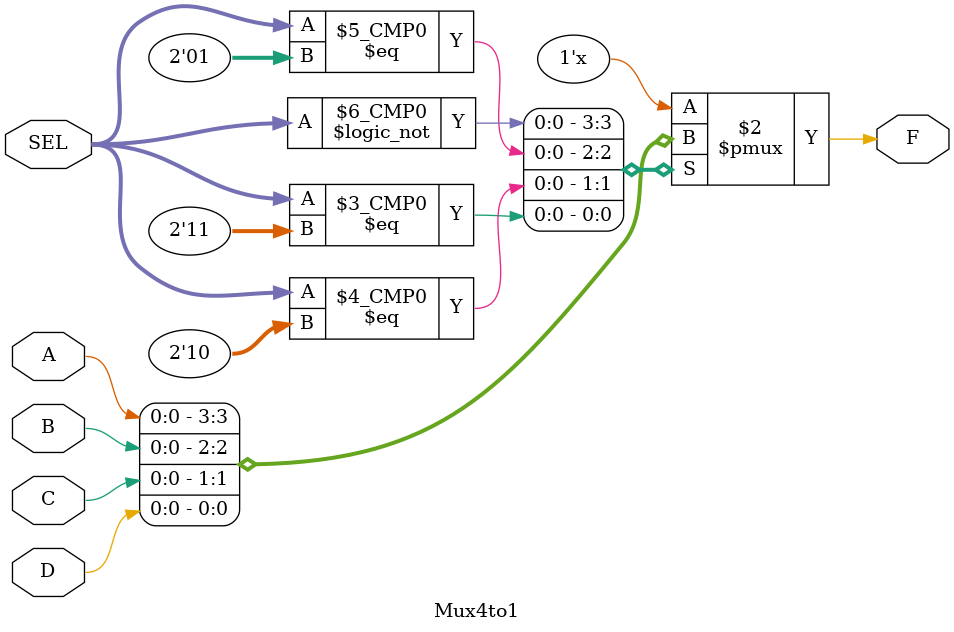
<source format=v>
module Mux4to1(SEL,A,B,C,D,F);
    input [1:0] SEL;
    input A,B,C,D;
    output reg F;

    always @(SEL or A or B or C or D)
    begin
    case(SEL)
    2'b00: F = A;
    2'b01: F = B;
    2'b10: F = C;
    2'b11: F = D;
    endcase
    end

endmodule
</source>
